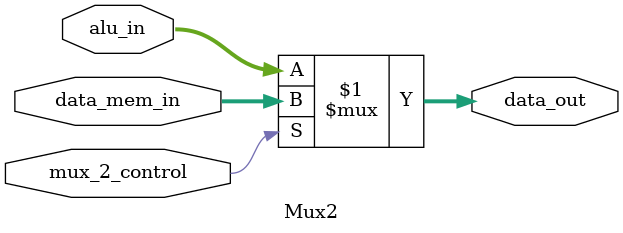
<source format=v>
`timescale 1ns / 1ps
module Mux2(
    input [63:0] data_mem_in,
    input [63:0] alu_in,
    output [63:0] data_out,
    input mux_2_control
    );
//if 1 for selecter, send the top
    assign data_out = (mux_2_control)? data_mem_in: alu_in;

endmodule

</source>
